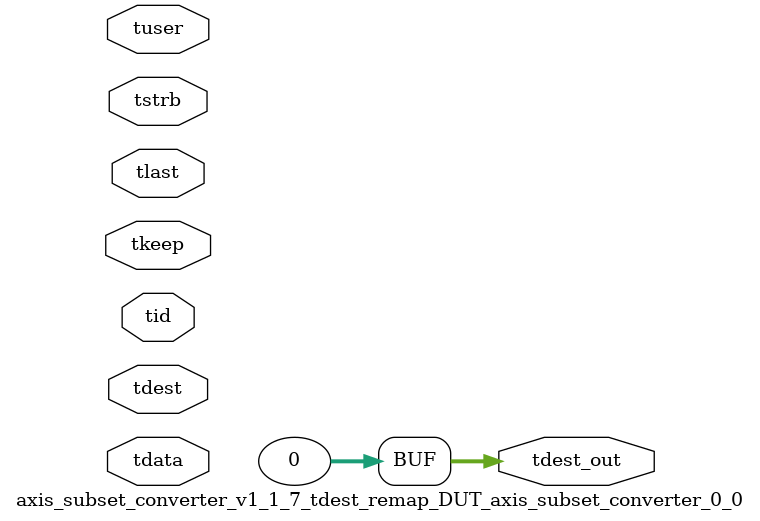
<source format=v>


`timescale 1ps/1ps

module axis_subset_converter_v1_1_7_tdest_remap_DUT_axis_subset_converter_0_0 #
(
parameter C_S_AXIS_TDATA_WIDTH = 32,
parameter C_S_AXIS_TUSER_WIDTH = 0,
parameter C_S_AXIS_TID_WIDTH   = 0,
parameter C_S_AXIS_TDEST_WIDTH = 0,
parameter C_M_AXIS_TDEST_WIDTH = 32
)
(
input  [(C_S_AXIS_TDATA_WIDTH == 0 ? 1 : C_S_AXIS_TDATA_WIDTH)-1:0     ] tdata,
input  [(C_S_AXIS_TUSER_WIDTH == 0 ? 1 : C_S_AXIS_TUSER_WIDTH)-1:0     ] tuser,
input  [(C_S_AXIS_TID_WIDTH   == 0 ? 1 : C_S_AXIS_TID_WIDTH)-1:0       ] tid,
input  [(C_S_AXIS_TDEST_WIDTH == 0 ? 1 : C_S_AXIS_TDEST_WIDTH)-1:0     ] tdest,
input  [(C_S_AXIS_TDATA_WIDTH/8)-1:0 ] tkeep,
input  [(C_S_AXIS_TDATA_WIDTH/8)-1:0 ] tstrb,
input                                                                    tlast,
output [C_M_AXIS_TDEST_WIDTH-1:0] tdest_out
);

assign tdest_out = {1'b0};

endmodule


</source>
